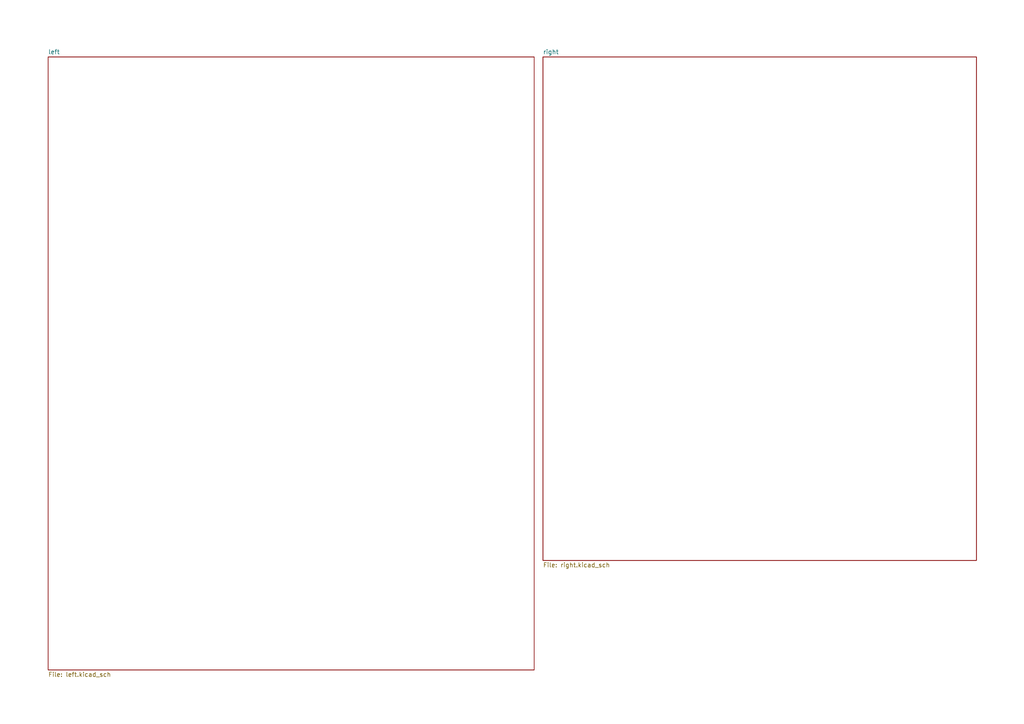
<source format=kicad_sch>
(kicad_sch
	(version 20250114)
	(generator "eeschema")
	(generator_version "9.0")
	(uuid "4f8ca79b-a6b7-44ba-9756-90741cca88f0")
	(paper "A4")
	(title_block
		(title "Yellow Panda Split Keyboard")
	)
	(lib_symbols)
	(sheet
		(at 13.97 16.51)
		(size 140.97 177.8)
		(exclude_from_sim no)
		(in_bom yes)
		(on_board yes)
		(dnp no)
		(fields_autoplaced yes)
		(stroke
			(width 0.1524)
			(type solid)
		)
		(fill
			(color 0 0 0 0.0000)
		)
		(uuid "15f746c7-5e4f-47a6-8468-51b5a4a1d3d2")
		(property "Sheetname" "left"
			(at 13.97 15.7984 0)
			(effects
				(font
					(size 1.27 1.27)
				)
				(justify left bottom)
			)
		)
		(property "Sheetfile" "left.kicad_sch"
			(at 13.97 194.8946 0)
			(effects
				(font
					(size 1.27 1.27)
				)
				(justify left top)
			)
		)
		(instances
			(project "pandakbd"
				(path "/4f8ca79b-a6b7-44ba-9756-90741cca88f0"
					(page "9")
				)
			)
		)
	)
	(sheet
		(at 157.48 16.51)
		(size 125.73 146.05)
		(exclude_from_sim no)
		(in_bom yes)
		(on_board yes)
		(dnp no)
		(fields_autoplaced yes)
		(stroke
			(width 0.1524)
			(type solid)
		)
		(fill
			(color 0 0 0 0.0000)
		)
		(uuid "554bd37b-3e63-441c-9f3c-9636fd166c21")
		(property "Sheetname" "right"
			(at 157.48 15.7984 0)
			(effects
				(font
					(size 1.27 1.27)
				)
				(justify left bottom)
			)
		)
		(property "Sheetfile" "right.kicad_sch"
			(at 157.48 163.1446 0)
			(effects
				(font
					(size 1.27 1.27)
				)
				(justify left top)
			)
		)
		(instances
			(project "pandakbd"
				(path "/4f8ca79b-a6b7-44ba-9756-90741cca88f0"
					(page "10")
				)
			)
		)
	)
	(sheet_instances
		(path "/"
			(page "1")
		)
	)
	(embedded_fonts no)
)

</source>
